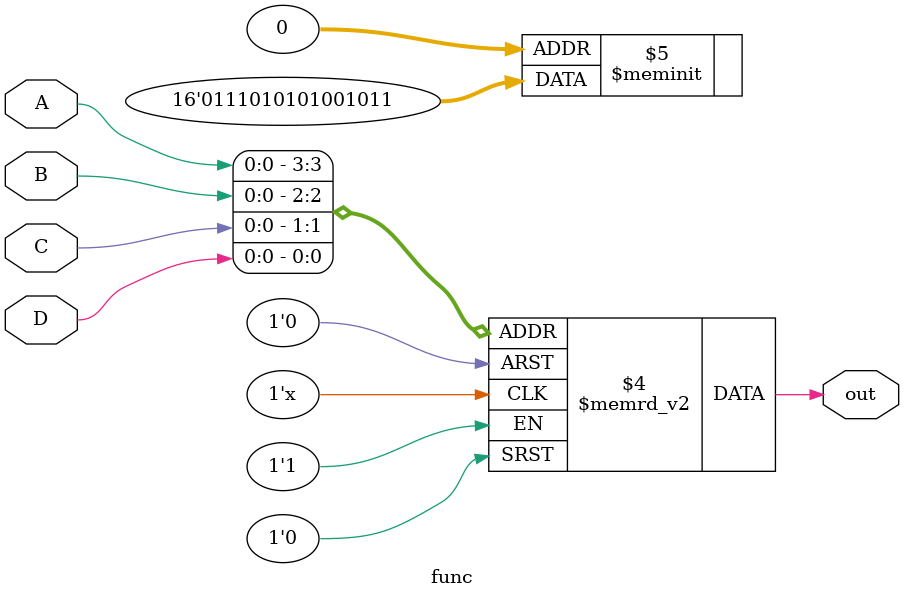
<source format=v>
module func(A,B,C,D,out);
input A,B,C,D;
output reg out;
always @(*)
begin
case({A,B,C,D})
4'b0000:out=1'b1;
4'b0001:out=1'b1;
4'b0010:out=1'b0;
4'b0011:out=1'b1;
4'b0100:out=1'b0;
4'b0101:out=1'b0;
4'b0110:out=1'b1;
4'b0111:out=1'b0;
4'b1000:out=1'b1;
4'b1001:out=1'b0;
4'b1010:out=1'b1;
4'b1011:out=1'b0;
4'b1100:out=1'b1;
4'b1101:out=1'b1;
4'b1110:out=1'b1;
4'b1111:out=1'b0;
default:out=1'bx;
endcase
end
endmodule

</source>
